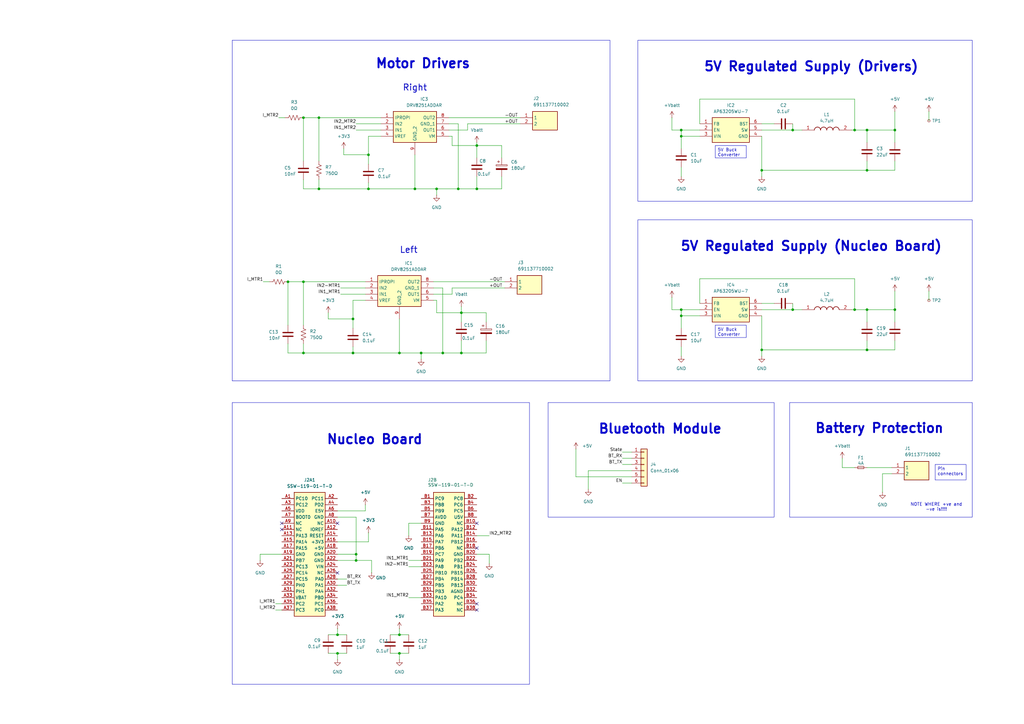
<source format=kicad_sch>
(kicad_sch (version 20250114) (generator "eeschema") (generator_version "9.0")
  (paper "A3")
  (lib_symbols
    (symbol "Connector_Generic:Conn_01x06" (pin_names (offset 1.016) (hide yes))
      (property "Reference" "J" (at 0 7.62 0))
      (property "Value" "Conn_01x06" (at 0 -10.16 0))
      (symbol "Conn_01x06_1_1"
        (pin passive line (at -5.08 5.08 0) (length 3.81) (name "Pin_1") (number "1"))
        (pin passive line (at -5.08 2.54 0) (length 3.81) (name "Pin_2") (number "2"))
        (pin passive line (at -5.08 0 0) (length 3.81) (name "Pin_3") (number "3"))
        (pin passive line (at -5.08 -2.54 0) (length 3.81) (name "Pin_4") (number "4"))
        (pin passive line (at -5.08 -5.08 0) (length 3.81) (name "Pin_5") (number "5"))
        (pin passive line (at -5.08 -7.62 0) (length 3.81) (name "Pin_6") (number "6"))
      )
    )
    (symbol "Device:C" (pin_numbers (hide yes)) (pin_names (offset 0.254))
      (property "Reference" "C" (at 0.635 2.54 0))
      (property "Value" "C" (at 0.635 -2.54 0))
      (symbol "C_1_1"
        (pin passive line (at 0 3.81 270) (length 2.794) (name "~") (number "1"))
        (pin passive line (at 0 -3.81 90) (length 2.794) (name "~") (number "2"))
      )
    )
    (symbol "Device:C_Polarized" (pin_numbers (hide yes)) (pin_names (offset 0.254))
      (property "Reference" "C" (at 0.635 2.54 0))
      (property "Value" "C_Polarized" (at 0.635 -2.54 0))
      (symbol "C_Polarized_1_1"
        (pin passive line (at 0 3.81 270) (length 2.794) (name "~") (number "1"))
        (pin passive line (at 0 -3.81 90) (length 2.794) (name "~") (number "2"))
      )
    )
    (symbol "Device:Fuse_Small" (pin_numbers (hide yes)) (pin_names (offset 0.254) (hide yes))
      (property "Reference" "F" (at 0 -1.524 0))
      (property "Value" "Fuse_Small" (at 0 1.524 0))
      (symbol "Fuse_Small_1_1"
        (pin passive line (at -2.54 0 0) (length 1.27) (name "~") (number "1"))
        (pin passive line (at 2.54 0 180) (length 1.27) (name "~") (number "2"))
      )
    )
    (symbol "Device:R_US" (pin_numbers (hide yes)) (pin_names (offset 0))
      (property "Reference" "R" (at 2.54 0 90))
      (property "Value" "R_US" (at -2.54 0 90))
      (symbol "R_US_1_1"
        (pin passive line (at 0 3.81 270) (length 1.27) (name "~") (number "1"))
        (pin passive line (at 0 -3.81 90) (length 1.27) (name "~") (number "2"))
      )
    )
    (symbol "SamacSys_Parts:5019"
      (property "Reference" "TP" (at -1.016 2.286 0))
      (symbol "5019_1_1"
        (pin passive line (at 0 0 90) (length 0) (name "1") (number "1"))
      )
    )
    (symbol "SamacSys_Parts:691137710002"
      (property "Reference" "J" (at 16.51 7.62 0))
      (property "Value" "691137710002" (at 16.51 5.08 0))
      (symbol "691137710002_1_1"
        (pin passive line (at 0 0 0) (length 5.08) (name "1") (number "1"))
        (pin passive line (at 0 -2.54 0) (length 5.08) (name "2") (number "2"))
      )
    )
    (symbol "SamacSys_Parts:AP63205WU-7"
      (property "Reference" "IC" (at 21.59 7.62 0))
      (property "Value" "AP63205WU-7" (at 21.59 5.08 0))
      (symbol "AP63205WU-7_1_1"
        (pin passive line (at 0 0 0) (length 5.08) (name "FB") (number "1"))
        (pin passive line (at 0 -2.54 0) (length 5.08) (name "EN") (number "2"))
        (pin passive line (at 0 -5.08 0) (length 5.08) (name "VIN") (number "3"))
        (pin passive line (at 25.4 0 180) (length 5.08) (name "BST") (number "6"))
        (pin passive line (at 25.4 -2.54 180) (length 5.08) (name "SW") (number "5"))
        (pin passive line (at 25.4 -5.08 180) (length 5.08) (name "GND") (number "4"))
      )
    )
    (symbol "SamacSys_Parts:DRV8251ADDAR"
      (property "Reference" "IC" (at 5.842 7.366 0))
      (property "Value" "DRV8251ADDAR" (at 5.842 4.826 0))
      (symbol "DRV8251ADDAR_1_1"
        (pin passive line (at 0 0 0) (length 5.08) (name "IPROPI") (number "1"))
        (pin passive line (at 0 -2.54 0) (length 5.08) (name "IN2") (number "2"))
        (pin passive line (at 0 -5.08 0) (length 5.08) (name "IN1") (number "3"))
        (pin passive line (at 0 -7.62 0) (length 5.08) (name "VREF") (number "4"))
        (pin passive line (at 13.97 -15.24 90) (length 5.08) (name "GND_2") (number "9"))
        (pin passive line (at 27.94 0 180) (length 5.08) (name "OUT2") (number "8"))
        (pin passive line (at 27.94 -2.54 180) (length 5.08) (name "GND_1") (number "7"))
        (pin passive line (at 27.94 -5.08 180) (length 5.08) (name "OUT1") (number "6"))
        (pin passive line (at 27.94 -7.62 180) (length 5.08) (name "VM") (number "5"))
      )
    )
    (symbol "SamacSys_Parts:IFSC2020DEER4R7M01" (pin_names (hide yes))
      (property "Reference" "L" (at 16.51 6.35 0))
      (property "Value" "IFSC2020DEER4R7M01" (at 16.51 3.81 0))
      (symbol "IFSC2020DEER4R7M01_1_1"
        (pin passive line (at 0 0 0) (length 5.08) (name "1") (number "1"))
        (pin passive line (at 20.32 0 180) (length 5.08) (name "2") (number "2"))
      )
    )
    (symbol "SamacSys_Parts:SSW-119-01-T-D"
      (property "Reference" "J2A" (at 2.54 8.89 0))
      (property "Value" "SSW-119-01-T-D" (at 2.54 6.35 0))
      (symbol "SSW-119-01-T-D_1_1"
        (text "J2B\nSSW-119-01-T-D" (at 59.944 6.604 0) (effects (font (size 1.27 1.27) (thickness 0.1588)) (justify left)))
        (pin passive line (at 0 0 0) (length 5.08) (name "PC10") (number "A1"))
        (pin passive line (at 0 -2.54 0) (length 5.08) (name "PC12") (number "A3"))
        (pin passive line (at 0 -5.08 0) (length 5.08) (name "VDD") (number "A5"))
        (pin passive line (at 0 -7.62 0) (length 5.08) (name "BOOT0") (number "A7"))
        (pin passive line (at 0 -10.16 0) (length 5.08) (name "NC") (number "A9"))
        (pin passive line (at 0 -12.7 0) (length 5.08) (name "NC") (number "A11"))
        (pin passive line (at 0 -15.24 0) (length 5.08) (name "PA13") (number "A13"))
        (pin passive line (at 0 -17.78 0) (length 5.08) (name "PA14") (number "A15"))
        (pin passive line (at 0 -20.32 0) (length 5.08) (name "PA15") (number "A17"))
        (pin passive line (at 0 -22.86 0) (length 5.08) (name "GND") (number "A19"))
        (pin passive line (at 0 -25.4 0) (length 5.08) (name "PB7") (number "A21"))
        (pin passive line (at 0 -27.94 0) (length 5.08) (name "PC13") (number "A23"))
        (pin passive line (at 0 -30.48 0) (length 5.08) (name "PC14") (number "A25"))
        (pin passive line (at 0 -33.02 0) (length 5.08) (name "PC15") (number "A27"))
        (pin passive line (at 0 -35.56 0) (length 5.08) (name "PH0") (number "A29"))
        (pin passive line (at 0 -38.1 0) (length 5.08) (name "PH1") (number "A31"))
        (pin passive line (at 0 -40.64 0) (length 5.08) (name "VBAT") (number "A33"))
        (pin passive line (at 0 -43.18 0) (length 5.08) (name "PC2") (number "A35"))
        (pin passive line (at 0 -45.72 0) (length 5.08) (name "PC3") (number "A37"))
        (pin passive line (at 22.86 0 180) (length 5.08) (name "PC11") (number "A2"))
        (pin passive line (at 22.86 -2.54 180) (length 5.08) (name "PD2") (number "A4"))
        (pin passive line (at 22.86 -5.08 180) (length 5.08) (name "E5V") (number "A6"))
        (pin passive line (at 22.86 -7.62 180) (length 5.08) (name "GND") (number "A8"))
        (pin passive line (at 22.86 -10.16 180) (length 5.08) (name "NC") (number "A10"))
        (pin passive line (at 22.86 -12.7 180) (length 5.08) (name "IOREF") (number "A12"))
        (pin passive line (at 22.86 -15.24 180) (length 5.08) (name "RESET") (number "A14"))
        (pin passive line (at 22.86 -17.78 180) (length 5.08) (name "+3V3") (number "A16"))
        (pin passive line (at 22.86 -20.32 180) (length 5.08) (name "+5V") (number "A18"))
        (pin passive line (at 22.86 -22.86 180) (length 5.08) (name "GND") (number "A20"))
        (pin passive line (at 22.86 -25.4 180) (length 5.08) (name "GND") (number "A22"))
        (pin passive line (at 22.86 -27.94 180) (length 5.08) (name "VIN") (number "A24"))
        (pin passive line (at 22.86 -30.48 180) (length 5.08) (name "NC") (number "A26"))
        (pin passive line (at 22.86 -33.02 180) (length 5.08) (name "PA0") (number "A28"))
        (pin passive line (at 22.86 -35.56 180) (length 5.08) (name "PA1") (number "A30"))
        (pin passive line (at 22.86 -38.1 180) (length 5.08) (name "PA4") (number "A32"))
        (pin passive line (at 22.86 -40.64 180) (length 5.08) (name "PB0") (number "A34"))
        (pin passive line (at 22.86 -43.18 180) (length 5.08) (name "PC1") (number "A36"))
        (pin passive line (at 22.86 -45.72 180) (length 5.08) (name "PC0") (number "A38"))
        (pin passive line (at 57.15 0 0) (length 5.08) (name "PC9") (number "B1"))
        (pin passive line (at 57.15 -2.54 0) (length 5.08) (name "PB8") (number "B3"))
        (pin passive line (at 57.15 -5.08 0) (length 5.08) (name "PB9") (number "B5"))
        (pin passive line (at 57.15 -7.62 0) (length 5.08) (name "AVDD") (number "B7"))
        (pin passive line (at 57.15 -10.16 0) (length 5.08) (name "GND") (number "B9"))
        (pin passive line (at 57.15 -12.7 0) (length 5.08) (name "PA5") (number "B11"))
        (pin passive line (at 57.15 -15.24 0) (length 5.08) (name "PA6") (number "B13"))
        (pin passive line (at 57.15 -17.78 0) (length 5.08) (name "PA7") (number "B15"))
        (pin passive line (at 57.15 -20.32 0) (length 5.08) (name "PB6") (number "B17"))
        (pin passive line (at 57.15 -22.86 0) (length 5.08) (name "PC7") (number "B19"))
        (pin passive line (at 57.15 -25.4 0) (length 5.08) (name "PA9") (number "B21"))
        (pin passive line (at 57.15 -27.94 0) (length 5.08) (name "PA8") (number "B23"))
        (pin passive line (at 57.15 -30.48 0) (length 5.08) (name "PB10") (number "B25"))
        (pin passive line (at 57.15 -33.02 0) (length 5.08) (name "PB4") (number "B27"))
        (pin passive line (at 57.15 -35.56 0) (length 5.08) (name "PB5") (number "B29"))
        (pin passive line (at 57.15 -38.1 0) (length 5.08) (name "PB3") (number "B31"))
        (pin passive line (at 57.15 -40.64 0) (length 5.08) (name "PA10") (number "B33"))
        (pin passive line (at 57.15 -43.18 0) (length 5.08) (name "PA2") (number "B35"))
        (pin passive line (at 57.15 -45.72 0) (length 5.08) (name "PA3") (number "B37"))
        (pin passive line (at 80.01 0 180) (length 5.08) (name "PC8") (number "B2"))
        (pin passive line (at 80.01 -2.54 180) (length 5.08) (name "PC6") (number "B4"))
        (pin passive line (at 80.01 -5.08 180) (length 5.08) (name "PC5") (number "B6"))
        (pin passive line (at 80.01 -7.62 180) (length 5.08) (name "U5V") (number "B8"))
        (pin passive line (at 80.01 -10.16 180) (length 5.08) (name "NC") (number "B10"))
        (pin passive line (at 80.01 -12.7 180) (length 5.08) (name "PA12") (number "B12"))
        (pin passive line (at 80.01 -15.24 180) (length 5.08) (name "PA11") (number "B14"))
        (pin passive line (at 80.01 -17.78 180) (length 5.08) (name "PB12") (number "B16"))
        (pin passive line (at 80.01 -20.32 180) (length 5.08) (name "NC") (number "B18"))
        (pin passive line (at 80.01 -22.86 180) (length 5.08) (name "GND") (number "B20"))
        (pin passive line (at 80.01 -25.4 180) (length 5.08) (name "PB2") (number "B22"))
        (pin passive line (at 80.01 -27.94 180) (length 5.08) (name "PB1") (number "B24"))
        (pin passive line (at 80.01 -30.48 180) (length 5.08) (name "PB15") (number "B26"))
        (pin passive line (at 80.01 -33.02 180) (length 5.08) (name "PB14") (number "B28"))
        (pin passive line (at 80.01 -35.56 180) (length 5.08) (name "PB13") (number "B30"))
        (pin passive line (at 80.01 -38.1 180) (length 5.08) (name "AGND") (number "B32"))
        (pin passive line (at 80.01 -40.64 180) (length 5.08) (name "PC4") (number "B34"))
        (pin passive line (at 80.01 -43.18 180) (length 2.54) (name "") (number ""))
        (pin passive line (at 80.01 -43.18 180) (length 5.08) (name "NC") (number "B36"))
        (pin passive line (at 80.01 -45.72 180) (length 5.08) (name "NC") (number "B38"))
      )
    )
    (symbol "power:GND" (power) (pin_numbers (hide yes)) (pin_names (offset 0) (hide yes))
      (property "Value" "GND" (at 0 -3.81 0))
      (symbol "GND_1_1"
        (pin power_in line (at 0 0 270) (length 0) (name "~") (number "1"))
      )
    )
    (symbol "power:VCC" (power) (pin_numbers (hide yes)) (pin_names (offset 0) (hide yes))
      (property "Value" "VCC" (at 0 3.556 0))
      (symbol "VCC_1_1"
        (pin power_in line (at 0 0 90) (length 0) (name "~") (number "1"))
      )
    )
    (symbol "power:VDD" (power) (pin_numbers (hide yes)) (pin_names (offset 0) (hide yes))
      (property "Value" "VDD" (at 0 3.556 0))
      (symbol "VDD_1_1"
        (pin power_in line (at 0 0 90) (length 0) (name "~") (number "1"))
      )
    )
  )
  (rectangle (start 323.85 165.1) (end 398.78 212.09))
  (rectangle (start 261.62 16.51) (end 398.78 82.55))
  (rectangle (start 224.79 165.1) (end 317.5 212.09))
  (rectangle (start 95.25 165.1) (end 217.17 280.67))
  (rectangle (start 95.25 16.51) (end 250.19 156.21))
  (rectangle (start 261.62 90.17) (end 398.78 156.21))
  (text "Nucleo Board" (at 153.67 180.34 0) (effects (font (size 3.81 3.81) (thickness 0.762) (bold yes))))
  (text "Battery Protection" (at 360.68 175.768 0) (effects (font (size 3.81 3.81) (thickness 0.762) (bold yes))))
  (text "Right" (at 170.18 36.068 0) (effects (font (size 2.54 2.54) (thickness 0.3175))))
  (text "5V Regulated Supply (Drivers)\n" (at 332.74 27.432 0) (effects (font (size 3.81 3.81) (thickness 0.762) (bold yes))))
  (text "Bluetooth Module" (at 270.764 176.022 0) (effects (font (size 3.81 3.81) (thickness 0.762) (bold yes))))
  (text "Left" (at 167.64 102.616 0) (effects (font (size 2.54 2.54) (thickness 0.3175))))
  (text "NOTE WHERE +ve and\n-ve is!!!!\n" (at 384.048 208.026 0) (effects (font (size 1.27 1.27) (thickness 0.1588))))
  (text "5V Regulated Supply (Nucleo Board)\n" (at 332.74 101.092 0) (effects (font (size 3.81 3.81) (thickness 0.762) (bold yes))))
  (text "Motor Drivers" (at 173.482 26.162 0) (effects (font (size 3.81 3.81) (thickness 0.762) (bold yes))))
  (text_box "Pin connectors\n" (at 383.54 190.5 0) (size 12.7 6.35) (margins 0.9525 0.9525 0.9525 0.9525) (effects (font (size 1.27 1.27)) (justify left top)))
  (text_box "5V Buck Converter\n" (at 293.37 133.35 0) (size 12.7 5.08) (margins 0.9525 0.9525 0.9525 0.9525) (effects (font (size 1.27 1.27)) (justify left top)))
  (text_box "5V Buck Converter\n" (at 293.37 59.69 0) (size 12.7 5.08) (margins 0.9525 0.9525 0.9525 0.9525) (effects (font (size 1.27 1.27)) (justify left top)))
  (junction (at 170.18 77.47))
  (junction (at 130.81 77.47))
  (junction (at 355.6 69.85))
  (junction (at 325.12 127))
  (junction (at 350.52 53.34))
  (junction (at 172.72 144.78))
  (junction (at 146.05 227.33))
  (junction (at 181.61 144.78))
  (junction (at 130.81 48.26))
  (junction (at 163.83 260.35))
  (junction (at 179.07 77.47))
  (junction (at 151.13 63.5))
  (junction (at 144.78 130.81))
  (junction (at 189.23 128.27))
  (junction (at 325.12 53.34))
  (junction (at 350.52 127))
  (junction (at 163.83 267.97))
  (junction (at 195.58 77.47))
  (junction (at 146.05 229.87))
  (junction (at 279.4 127))
  (junction (at 189.23 144.78))
  (junction (at 124.46 144.78))
  (junction (at 279.4 55.88))
  (junction (at 355.6 127))
  (junction (at 367.03 127))
  (junction (at 355.6 53.34))
  (junction (at 144.78 144.78))
  (junction (at 163.83 144.78))
  (junction (at 118.11 115.57))
  (junction (at 124.46 48.26))
  (junction (at 312.42 143.51))
  (junction (at 124.46 115.57))
  (junction (at 138.43 267.97))
  (junction (at 279.4 53.34))
  (junction (at 367.03 53.34))
  (junction (at 138.43 260.35))
  (junction (at 312.42 69.85))
  (junction (at 151.13 77.47))
  (junction (at 279.4 129.54))
  (junction (at 355.6 143.51))
  (junction (at 195.58 59.69))
  (junction (at 187.96 77.47))
  (no_connect (at 138.43 214.63))
  (no_connect (at 195.58 250.19))
  (no_connect (at 115.57 214.63))
  (no_connect (at 138.43 234.95))
  (no_connect (at 195.58 247.65))
  (no_connect (at 195.58 214.63))
  (no_connect (at 115.57 217.17))
  (no_connect (at 195.58 224.79))
  (wire (pts (xy 195.58 77.47) (xy 205.74 77.47)))
  (wire (pts (xy 241.3 193.04) (xy 259.08 193.04)))
  (wire (pts (xy 350.52 53.34) (xy 355.6 53.34)))
  (wire (pts (xy 146.05 53.34) (xy 156.21 53.34)))
  (wire (pts (xy 312.42 53.34) (xy 325.12 53.34)))
  (wire (pts (xy 146.05 227.33) (xy 146.05 229.87)))
  (wire (pts (xy 236.22 184.15) (xy 236.22 195.58)))
  (wire (pts (xy 312.42 69.85) (xy 355.6 69.85)))
  (wire (pts (xy 325.12 50.8) (xy 325.12 53.34)))
  (wire (pts (xy 124.46 115.57) (xy 149.86 115.57)))
  (wire (pts (xy 287.02 114.3) (xy 287.02 124.46)))
  (wire (pts (xy 255.27 185.42) (xy 259.08 185.42)))
  (wire (pts (xy 152.4 229.87) (xy 152.4 234.95)))
  (wire (pts (xy 287.02 40.64) (xy 350.52 40.64)))
  (wire (pts (xy 151.13 74.93) (xy 151.13 77.47)))
  (wire (pts (xy 195.58 219.71) (xy 200.66 219.71)))
  (wire (pts (xy 199.39 128.27) (xy 199.39 132.08)))
  (wire (pts (xy 151.13 55.88) (xy 151.13 63.5)))
  (wire (pts (xy 325.12 124.46) (xy 325.12 127)))
  (wire (pts (xy 134.62 260.35) (xy 138.43 260.35)))
  (wire (pts (xy 124.46 144.78) (xy 144.78 144.78)))
  (wire (pts (xy 205.74 59.69) (xy 205.74 64.77)))
  (wire (pts (xy 355.6 53.34) (xy 355.6 58.42)))
  (wire (pts (xy 187.96 50.8) (xy 187.96 77.47)))
  (wire (pts (xy 189.23 125.73) (xy 189.23 128.27)))
  (wire (pts (xy 312.42 124.46) (xy 317.5 124.46)))
  (wire (pts (xy 124.46 115.57) (xy 124.46 133.35)))
  (wire (pts (xy 241.3 193.04) (xy 241.3 200.66)))
  (wire (pts (xy 152.4 229.87) (xy 146.05 229.87)))
  (wire (pts (xy 255.27 198.12) (xy 259.08 198.12)))
  (wire (pts (xy 181.61 144.78) (xy 189.23 144.78)))
  (wire (pts (xy 199.39 139.7) (xy 199.39 144.78)))
  (wire (pts (xy 124.46 73.66) (xy 124.46 77.47)))
  (wire (pts (xy 106.68 227.33) (xy 106.68 229.87)))
  (wire (pts (xy 381 45.72) (xy 381 49.53)))
  (wire (pts (xy 179.07 77.47) (xy 179.07 80.01)))
  (wire (pts (xy 312.42 143.51) (xy 355.6 143.51)))
  (wire (pts (xy 163.83 267.97) (xy 167.64 267.97)))
  (wire (pts (xy 349.25 127) (xy 350.52 127)))
  (wire (pts (xy 160.02 260.35) (xy 163.83 260.35)))
  (wire (pts (xy 349.25 53.34) (xy 350.52 53.34)))
  (wire (pts (xy 118.11 140.97) (xy 118.11 144.78)))
  (wire (pts (xy 279.4 60.96) (xy 279.4 55.88)))
  (wire (pts (xy 279.4 55.88) (xy 287.02 55.88)))
  (wire (pts (xy 163.83 257.81) (xy 163.83 260.35)))
  (wire (pts (xy 345.44 187.96) (xy 345.44 191.77)))
  (wire (pts (xy 177.8 115.57) (xy 207.01 115.57)))
  (wire (pts (xy 151.13 77.47) (xy 170.18 77.47)))
  (wire (pts (xy 130.81 73.66) (xy 130.81 77.47)))
  (wire (pts (xy 195.58 59.69) (xy 195.58 64.77)))
  (wire (pts (xy 134.62 267.97) (xy 138.43 267.97)))
  (wire (pts (xy 189.23 139.7) (xy 189.23 144.78)))
  (wire (pts (xy 312.42 50.8) (xy 317.5 50.8)))
  (wire (pts (xy 163.83 267.97) (xy 163.83 270.51)))
  (wire (pts (xy 167.64 245.11) (xy 172.72 245.11)))
  (wire (pts (xy 365.76 191.77) (xy 355.6 191.77)))
  (wire (pts (xy 312.42 143.51) (xy 312.42 146.05)))
  (wire (pts (xy 361.95 194.31) (xy 361.95 201.93)))
  (wire (pts (xy 177.8 118.11) (xy 181.61 118.11)))
  (wire (pts (xy 200.66 227.33) (xy 200.66 231.14)))
  (wire (pts (xy 189.23 128.27) (xy 189.23 132.08)))
  (wire (pts (xy 130.81 77.47) (xy 151.13 77.47)))
  (wire (pts (xy 149.86 209.55) (xy 149.86 207.01)))
  (wire (pts (xy 367.03 119.38) (xy 367.03 127)))
  (wire (pts (xy 355.6 127) (xy 355.6 132.08)))
  (wire (pts (xy 138.43 257.81) (xy 138.43 260.35)))
  (wire (pts (xy 185.42 59.69) (xy 195.58 59.69)))
  (wire (pts (xy 160.02 267.97) (xy 163.83 267.97)))
  (wire (pts (xy 134.62 130.81) (xy 144.78 130.81)))
  (wire (pts (xy 179.07 77.47) (xy 187.96 77.47)))
  (wire (pts (xy 189.23 128.27) (xy 199.39 128.27)))
  (wire (pts (xy 325.12 127) (xy 328.93 127)))
  (wire (pts (xy 189.23 144.78) (xy 199.39 144.78)))
  (wire (pts (xy 138.43 229.87) (xy 146.05 229.87)))
  (wire (pts (xy 312.42 69.85) (xy 312.42 72.39)))
  (wire (pts (xy 350.52 114.3) (xy 350.52 127)))
  (wire (pts (xy 279.4 127) (xy 287.02 127)))
  (wire (pts (xy 139.7 118.11) (xy 149.86 118.11)))
  (wire (pts (xy 355.6 66.04) (xy 355.6 69.85)))
  (wire (pts (xy 138.43 237.49) (xy 142.24 237.49)))
  (wire (pts (xy 179.07 128.27) (xy 189.23 128.27)))
  (wire (pts (xy 367.03 66.04) (xy 367.03 69.85)))
  (wire (pts (xy 107.95 115.57) (xy 110.49 115.57)))
  (wire (pts (xy 195.58 72.39) (xy 195.58 77.47)))
  (wire (pts (xy 279.4 134.62) (xy 279.4 129.54)))
  (wire (pts (xy 185.42 55.88) (xy 184.15 55.88)))
  (wire (pts (xy 144.78 142.24) (xy 144.78 144.78)))
  (wire (pts (xy 185.42 118.11) (xy 207.01 118.11)))
  (wire (pts (xy 146.05 212.09) (xy 146.05 227.33)))
  (wire (pts (xy 167.64 219.71) (xy 167.64 214.63)))
  (wire (pts (xy 195.58 58.42) (xy 195.58 59.69)))
  (wire (pts (xy 138.43 240.03) (xy 142.24 240.03)))
  (wire (pts (xy 177.8 120.65) (xy 185.42 120.65)))
  (wire (pts (xy 191.77 53.34) (xy 191.77 50.8)))
  (wire (pts (xy 151.13 67.31) (xy 151.13 63.5)))
  (wire (pts (xy 130.81 48.26) (xy 130.81 66.04)))
  (wire (pts (xy 134.62 128.27) (xy 134.62 130.81)))
  (wire (pts (xy 355.6 69.85) (xy 367.03 69.85)))
  (wire (pts (xy 163.83 130.81) (xy 163.83 144.78)))
  (wire (pts (xy 179.07 128.27) (xy 179.07 123.19)))
  (wire (pts (xy 275.59 121.92) (xy 275.59 127)))
  (wire (pts (xy 255.27 187.96) (xy 259.08 187.96)))
  (wire (pts (xy 124.46 77.47) (xy 130.81 77.47)))
  (wire (pts (xy 187.96 77.47) (xy 195.58 77.47)))
  (wire (pts (xy 185.42 59.69) (xy 185.42 55.88)))
  (wire (pts (xy 255.27 190.5) (xy 259.08 190.5)))
  (wire (pts (xy 185.42 120.65) (xy 185.42 118.11)))
  (wire (pts (xy 355.6 139.7) (xy 355.6 143.51)))
  (wire (pts (xy 170.18 63.5) (xy 170.18 77.47)))
  (wire (pts (xy 312.42 129.54) (xy 312.42 143.51)))
  (wire (pts (xy 144.78 134.62) (xy 144.78 130.81)))
  (wire (pts (xy 151.13 222.25) (xy 138.43 222.25)))
  (wire (pts (xy 355.6 53.34) (xy 367.03 53.34)))
  (wire (pts (xy 236.22 195.58) (xy 259.08 195.58)))
  (wire (pts (xy 345.44 191.77) (xy 350.52 191.77)))
  (wire (pts (xy 146.05 50.8) (xy 156.21 50.8)))
  (wire (pts (xy 118.11 115.57) (xy 118.11 133.35)))
  (wire (pts (xy 205.74 72.39) (xy 205.74 77.47)))
  (wire (pts (xy 367.03 127) (xy 367.03 132.08)))
  (wire (pts (xy 118.11 115.57) (xy 124.46 115.57)))
  (wire (pts (xy 163.83 144.78) (xy 172.72 144.78)))
  (wire (pts (xy 113.03 250.19) (xy 115.57 250.19)))
  (wire (pts (xy 149.86 123.19) (xy 144.78 123.19)))
  (wire (pts (xy 355.6 127) (xy 367.03 127)))
  (wire (pts (xy 365.76 194.31) (xy 361.95 194.31)))
  (wire (pts (xy 115.57 227.33) (xy 106.68 227.33)))
  (wire (pts (xy 191.77 50.8) (xy 213.36 50.8)))
  (wire (pts (xy 184.15 50.8) (xy 187.96 50.8)))
  (wire (pts (xy 138.43 227.33) (xy 146.05 227.33)))
  (wire (pts (xy 167.64 229.87) (xy 172.72 229.87)))
  (wire (pts (xy 312.42 127) (xy 325.12 127)))
  (wire (pts (xy 138.43 267.97) (xy 142.24 267.97)))
  (wire (pts (xy 170.18 77.47) (xy 179.07 77.47)))
  (wire (pts (xy 312.42 55.88) (xy 312.42 69.85)))
  (wire (pts (xy 167.64 214.63) (xy 172.72 214.63)))
  (wire (pts (xy 167.64 232.41) (xy 172.72 232.41)))
  (wire (pts (xy 287.02 114.3) (xy 350.52 114.3)))
  (wire (pts (xy 381 119.38) (xy 381 123.19)))
  (wire (pts (xy 279.4 142.24) (xy 279.4 146.05)))
  (wire (pts (xy 144.78 144.78) (xy 163.83 144.78)))
  (wire (pts (xy 163.83 260.35) (xy 167.64 260.35)))
  (wire (pts (xy 195.58 227.33) (xy 200.66 227.33)))
  (wire (pts (xy 195.58 59.69) (xy 205.74 59.69)))
  (wire (pts (xy 124.46 48.26) (xy 124.46 66.04)))
  (wire (pts (xy 279.4 129.54) (xy 279.4 127)))
  (wire (pts (xy 118.11 144.78) (xy 124.46 144.78)))
  (wire (pts (xy 124.46 140.97) (xy 124.46 144.78)))
  (wire (pts (xy 181.61 118.11) (xy 181.61 144.78)))
  (wire (pts (xy 124.46 48.26) (xy 130.81 48.26)))
  (wire (pts (xy 279.4 68.58) (xy 279.4 72.39)))
  (wire (pts (xy 275.59 127) (xy 279.4 127)))
  (wire (pts (xy 279.4 129.54) (xy 287.02 129.54)))
  (wire (pts (xy 172.72 144.78) (xy 172.72 147.32)))
  (wire (pts (xy 179.07 123.19) (xy 177.8 123.19)))
  (wire (pts (xy 144.78 123.19) (xy 144.78 130.81)))
  (wire (pts (xy 138.43 209.55) (xy 149.86 209.55)))
  (wire (pts (xy 140.97 60.96) (xy 140.97 63.5)))
  (wire (pts (xy 156.21 55.88) (xy 151.13 55.88)))
  (wire (pts (xy 355.6 143.51) (xy 367.03 143.51)))
  (wire (pts (xy 287.02 40.64) (xy 287.02 50.8)))
  (wire (pts (xy 146.05 212.09) (xy 138.43 212.09)))
  (wire (pts (xy 367.03 53.34) (xy 367.03 58.42)))
  (wire (pts (xy 138.43 267.97) (xy 138.43 270.51)))
  (wire (pts (xy 367.03 45.72) (xy 367.03 53.34)))
  (wire (pts (xy 279.4 53.34) (xy 287.02 53.34)))
  (wire (pts (xy 325.12 53.34) (xy 328.93 53.34)))
  (wire (pts (xy 350.52 127) (xy 355.6 127)))
  (wire (pts (xy 140.97 63.5) (xy 151.13 63.5)))
  (wire (pts (xy 279.4 55.88) (xy 279.4 53.34)))
  (wire (pts (xy 130.81 48.26) (xy 156.21 48.26)))
  (wire (pts (xy 172.72 144.78) (xy 181.61 144.78)))
  (wire (pts (xy 275.59 53.34) (xy 279.4 53.34)))
  (wire (pts (xy 113.03 247.65) (xy 115.57 247.65)))
  (wire (pts (xy 275.59 48.26) (xy 275.59 53.34)))
  (wire (pts (xy 114.3 48.26) (xy 116.84 48.26)))
  (wire (pts (xy 138.43 260.35) (xy 142.24 260.35)))
  (wire (pts (xy 184.15 48.26) (xy 213.36 48.26)))
  (wire (pts (xy 350.52 40.64) (xy 350.52 53.34)))
  (wire (pts (xy 139.7 120.65) (xy 149.86 120.65)))
  (wire (pts (xy 367.03 139.7) (xy 367.03 143.51)))
  (wire (pts (xy 151.13 218.44) (xy 151.13 222.25)))
  (wire (pts (xy 184.15 53.34) (xy 191.77 53.34)))
  (label "I_MTR1" (at 107.95 115.57 180))
  (label "I_MTR2" (at 113.03 250.19 180))
  (label "IN1_MTR2" (at 146.05 53.34 180) (effects (font (thickness 0.1588))))
  (label "IN2_MTR2" (at 200.66 219.71 0) (effects (font (thickness 0.1588))))
  (label "BT_RX" (at 255.27 187.96 180))
  (label "BT_TX" (at 142.24 240.03 0))
  (label "IN1_MTR1" (at 139.7 120.65 180) (effects (font (thickness 0.1588))))
  (label "" (at 115.57 247.65 0))
  (label "I_MTR2" (at 114.3 48.26 180))
  (label "-OUT" (at 207.01 48.26 0))
  (label "IN2-MTR1" (at 167.64 232.41 180) (effects (font (thickness 0.1588))))
  (label "IN1_MTR2" (at 167.64 245.11 180) (effects (font (thickness 0.1588))))
  (label "I_MTR1" (at 113.03 247.65 180))
  (label "IN2_MTR2" (at 146.05 50.8 180) (effects (font (thickness 0.1588))))
  (label "BT_RX" (at 142.24 237.49 0))
  (label "+OUT" (at 200.66 118.11 0))
  (label "IN2-MTR1" (at 139.7 118.11 180) (effects (font (thickness 0.1588))))
  (label "State" (at 255.27 185.42 180))
  (label "-OUT" (at 200.66 115.57 0))
  (label "+OUT" (at 207.01 50.8 0))
  (label "IN1_MTR1" (at 167.64 229.87 180) (effects (font (thickness 0.1588))))
  (label "EN" (at 255.27 198.12 180))
  (label "BT_TX" (at 255.27 190.5 180))
  (symbol (lib_id "SamacSys_Parts:IFSC2020DEER4R7M01") (at 328.93 127 0) (unit 1)
    (property "Reference" "L2" (at 339.09 120.65 0))
    (property "Value" "4.7uH" (at 339.09 123.19 0))
    (property "Footprint" "Inductor_SMD:L_Wuerth_XHMI-6060" (effects (hide yes)))
    (property "Datasheet" "https://www.vishay.com/docs/34083/ifsc-2020de-01.pdf" (effects (hide yes)))
    (property "Description" "4.7 H Shielded Wirewound Inductor 3 A 31mOhm Max 2424 (6060 Metric)" (effects (hide yes)))
    (property "Height" "4.5" (effects (hide yes)))
    (property "Manufacturer_Name" "Vishay" (effects (hide yes)))
    (property "Manufacturer_Part_Number" "IFSC2020DEER4R7M01" (effects (hide yes)))
  )
  (symbol (lib_id "power:GND") (at 312.42 146.05 0) (unit 1)
    (property "Reference" "#PWR022" (effects (hide yes)))
    (property "Value" "GND" (at 312.42 151.13 0))
    (property "Description" "Power symbol creates a global label with name \"GND\" , ground" (effects (hide yes)))
  )
  (symbol (lib_id "Device:R_US") (at 124.46 137.16 0) (unit 1)
    (property "Reference" "R2" (at 127 135.8899 0) (effects (justify left)))
    (property "Value" "750Ω" (at 127 138.4299 0) (effects (justify left)))
    (property "Footprint" "Resistor_SMD:R_1206_3216Metric_Pad1.30x1.75mm_HandSolder" (effects (hide yes)))
    (property "Description" "Resistor, US symbol" (effects (hide yes)))
  )
  (symbol (lib_id "Device:C") (at 355.6 62.23 180) (unit 1)
    (property "Reference" "C3" (at 359.41 60.9599 0) (effects (justify right)))
    (property "Value" "22uF" (at 359.41 63.4999 0) (effects (justify right)))
    (property "Footprint" "Capacitor_SMD:C_1210_3225Metric_Pad1.33x2.70mm_HandSolder" (effects (hide yes)))
    (property "Description" "Unpolarized capacitor" (effects (hide yes)))
  )
  (symbol (lib_id "Device:Fuse_Small") (at 353.06 191.77 180) (unit 1)
    (property "Reference" "F1" (at 353.06 187.706 0))
    (property "Value" "4A" (at 353.06 189.992 0))
    (property "Footprint" "Fuse:Fuse_1206_3216Metric_Pad1.42x1.75mm_HandSolder" (effects (hide yes)))
    (property "Description" "Fuse, small symbol" (effects (hide yes)))
  )
  (symbol (lib_id "Device:C") (at 279.4 138.43 0) (unit 1)
    (property "Reference" "C17" (at 283.21 137.1599 0) (effects (justify left)))
    (property "Value" "10uF" (at 283.21 139.6999 0) (effects (justify left)))
    (property "Footprint" "Capacitor_SMD:C_1206_3216Metric_Pad1.33x1.80mm_HandSolder" (effects (hide yes)))
    (property "Description" "Unpolarized capacitor" (effects (hide yes)))
  )
  (symbol (lib_id "Device:C") (at 144.78 138.43 0) (unit 1)
    (property "Reference" "C14" (at 148.59 137.1599 0) (effects (justify left)))
    (property "Value" "0.1uF" (at 148.59 139.6999 0) (effects (justify left)))
    (property "Footprint" "Capacitor_SMD:C_1206_3216Metric_Pad1.33x1.80mm_HandSolder" (effects (hide yes)))
    (property "Description" "Unpolarized capacitor" (effects (hide yes)))
  )
  (symbol (lib_id "Connector_Generic:Conn_01x06") (at 264.16 190.5 0) (unit 1)
    (property "Reference" "J4" (at 266.7 190.4999 0) (effects (justify left)))
    (property "Value" "Conn_01x06" (at 266.7 193.0399 0) (effects (justify left)))
    (property "Footprint" "Connector_PinSocket_2.54mm:PinSocket_1x06_P2.54mm_Horizontal" (effects (hide yes)))
    (property "Description" "Generic connector, single row, 01x06, script generated (kicad-library-utils/schlib/autogen/connector/)" (effects (hide yes)))
  )
  (symbol (lib_id "SamacSys_Parts:5019") (at 381 49.53 0) (unit 1)
    (property "Reference" "TP1" (at 382.27 49.5299 0) (effects (justify left)))
    (property "Value" "5019" (effects (hide yes)))
    (property "Footprint" "FootPrintLibrary_ENEL300:5019" (effects (hide yes)))
    (property "Datasheet" "https://www.keyelco.com/product-pdf.cfm?p=1357" (effects (hide yes)))
    (property "Description" "Circuit Board Hardware - PCB TEST POINT" (effects (hide yes)))
    (property "Height" "2.42" (effects (hide yes)))
    (property "Manufacturer_Name" "Keystone Electronics" (effects (hide yes)))
    (property "Manufacturer_Part_Number" "5019" (effects (hide yes)))
    (property "Mouser Part Number" "534-5019" (effects (hide yes)))
    (property "Mouser Price/Stock" "https://www.mouser.co.uk/ProductDetail/Keystone-Electronics/5019?qs=wOxb8XianXjjCAsb90Ilzw%3D%3D" (effects (hide yes)))
    (property "Arrow Part Number" "5019" (effects (hide yes)))
    (property "Arrow Price/Stock" "https://www.arrow.com/en/products/5019/keystone-electronics?utm_currency=USD&region=europe" (effects (hide yes)))
  )
  (symbol (lib_id "Device:C") (at 118.11 137.16 0) (unit 1)
    (property "Reference" "C13" (at 110.236 136.144 0) (effects (justify left)))
    (property "Value" "10nF" (at 110.236 138.684 0) (effects (justify left)))
    (property "Footprint" "Capacitor_SMD:C_1206_3216Metric_Pad1.33x1.80mm_HandSolder" (effects (hide yes)))
    (property "Description" "Unpolarized capacitor" (effects (hide yes)))
  )
  (symbol (lib_id "SamacSys_Parts:DRV8251ADDAR") (at 149.86 115.57 0) (unit 1)
    (property "Reference" "IC1" (at 167.64 107.95 0))
    (property "Value" "DRV8251ADDAR" (at 167.64 110.49 0))
    (property "Footprint" "FootPrintLibrary_ENEL300:SOIC-8-DDA-DRV8231_TEX" (effects (hide yes)))
    (property "Datasheet" "https://www.arrow.com/en/products/drv8251addar/texas-instruments?region=nac" (effects (hide yes)))
    (property "Description" "Motor Drives 48-V, 3.5-A H bridge motor driver with current regulation and current sense feedback" (effects (hide yes)))
    (property "Height" "1.7" (effects (hide yes)))
    (property "Manufacturer_Name" "Texas Instruments" (effects (hide yes)))
    (property "Manufacturer_Part_Number" "DRV8251ADDAR" (effects (hide yes)))
    (property "Mouser Part Number" "595-DRV8251ADDAR" (effects (hide yes)))
    (property "Mouser Price/Stock" "https://www.mouser.co.uk/ProductDetail/Texas-Instruments/DRV8251ADDAR?qs=MyNHzdoqoQKQYZTe%252B1jFCw%3D%3D" (effects (hide yes)))
    (property "Arrow Part Number" "DRV8251ADDAR" (effects (hide yes)))
    (property "Arrow Price/Stock" "https://www.arrow.com/en/products/drv8251addar/texas-instruments?utm_currency=USD&region=nac" (effects (hide yes)))
  )
  (symbol (lib_id "Device:C") (at 134.62 264.16 0) (unit 1)
    (property "Reference" "C9" (at 128.778 262.636 0) (effects (justify left)))
    (property "Value" "0.1uF" (at 126.238 265.176 0) (effects (justify left)))
    (property "Footprint" "Capacitor_SMD:C_1206_3216Metric_Pad1.33x1.80mm_HandSolder" (effects (hide yes)))
    (property "Description" "Unpolarized capacitor" (effects (hide yes)))
  )
  (symbol (lib_id "power:GND") (at 172.72 147.32 0) (unit 1)
    (property "Reference" "#PWR010" (effects (hide yes)))
    (property "Value" "GND" (at 172.72 152.4 0))
    (property "Description" "Power symbol creates a global label with name \"GND\" , ground" (effects (hide yes)))
  )
  (symbol (lib_id "Device:C") (at 124.46 69.85 0) (unit 1)
    (property "Reference" "C5" (at 116.586 68.834 0) (effects (justify left)))
    (property "Value" "10nF" (at 116.586 71.374 0) (effects (justify left)))
    (property "Footprint" "Capacitor_SMD:C_1206_3216Metric_Pad1.33x1.80mm_HandSolder" (effects (hide yes)))
    (property "Description" "Unpolarized capacitor" (effects (hide yes)))
  )
  (symbol (lib_id "Device:C") (at 321.31 124.46 270) (unit 1)
    (property "Reference" "C18" (at 321.31 116.84 90))
    (property "Value" "0.1uF" (at 321.31 119.38 90))
    (property "Footprint" "Capacitor_SMD:C_1206_3216Metric_Pad1.33x1.80mm_HandSolder" (effects (hide yes)))
    (property "Description" "Unpolarized capacitor" (effects (hide yes)))
  )
  (symbol (lib_id "power:GND") (at 106.68 229.87 0) (unit 1)
    (property "Reference" "#PWR015" (effects (hide yes)))
    (property "Value" "GND" (at 106.68 234.95 0))
    (property "Description" "Power symbol creates a global label with name \"GND\" , ground" (effects (hide yes)))
  )
  (symbol (lib_id "SamacSys_Parts:AP63205WU-7") (at 287.02 50.8 0) (unit 1)
    (property "Reference" "IC2" (at 299.72 43.18 0))
    (property "Value" "AP63205WU-7" (at 299.72 45.72 0))
    (property "Footprint" "Package_TO_SOT_SMD:TSOT-23-6_HandSoldering" (effects (hide yes)))
    (property "Datasheet" "https://www.diodes.com//assets/Datasheets/AP63200-AP63201-AP63203-AP63205.pdf" (effects (hide yes)))
    (property "Description" "Buck Switching Regulator IC Positive Fixed 5V 1 Output 2A SOT-23-6 Thin, TSOT-23-6" (effects (hide yes)))
    (property "Height" "1" (effects (hide yes)))
    (property "Manufacturer_Name" "Diodes Incorporated" (effects (hide yes)))
    (property "Manufacturer_Part_Number" "AP63205WU-7" (effects (hide yes)))
    (property "Mouser Part Number" "621-AP63205WU-7" (effects (hide yes)))
    (property "Mouser Price/Stock" "https://www.mouser.co.uk/ProductDetail/Diodes-Incorporated/AP63205WU-7?qs=u16ybLDytRZtkj8PzdWCOw%3D%3D" (effects (hide yes)))
    (property "Arrow Part Number" "AP63205WU-7" (effects (hide yes)))
    (property "Arrow Price/Stock" "https://www.arrow.com/en/products/ap63205wu-7/diodes-incorporated?utm_currency=USD&region=nac" (effects (hide yes)))
  )
  (symbol (lib_id "Device:C_Polarized") (at 205.74 68.58 0) (unit 1)
    (property "Reference" "C6" (at 209.55 66.4209 0) (effects (justify left)))
    (property "Value" "180uF" (at 209.55 68.9609 0) (effects (justify left)))
    (property "Footprint" "Capacitor_SMD:C_1206_3216Metric_Pad1.33x1.80mm_HandSolder" (effects (hide yes)))
    (property "Description" "Polarized capacitor" (effects (hide yes)))
  )
  (symbol (lib_id "power:VDD") (at 140.97 60.96 0) (unit 1)
    (property "Reference" "#PWR02" (effects (hide yes)))
    (property "Value" "+3V3" (at 140.97 55.88 0))
    (property "Description" "Power symbol creates a global label with name \"VDD\"" (effects (hide yes)))
  )
  (symbol (lib_id "SamacSys_Parts:691137710002") (at 365.76 191.77 0) (unit 1)
    (property "Reference" "J1" (at 371.094 183.896 0) (effects (justify left)))
    (property "Value" "691137710002" (at 371.094 186.436 0) (effects (justify left)))
    (property "Footprint" "FootPrintLibrary_ENEL300:SHDR2W70P0X500_1X2_1000X750X1150P" (effects (hide yes)))
    (property "Datasheet" "https://www.we-online.com/components/products/download/691137710002+%28rev1%29.pdf" (effects (hide yes)))
    (property "Description" "WR-TBL Terminal block - Wire protector - THT MRT12P5/2VE Serie 1377 - 5,0mm pitch - Monoblock THT - Green - Horizontal cable entry Wire Protector 11.5mm height - 02p" (effects (hide yes)))
    (property "Height" "11.5" (effects (hide yes)))
    (property "Manufacturer_Name" "Wurth Elektronik" (effects (hide yes)))
    (property "Manufacturer_Part_Number" "691137710002" (effects (hide yes)))
    (property "Mouser Part Number" "710-691137710002" (effects (hide yes)))
    (property "Mouser Price/Stock" "https://www.mouser.co.uk/ProductDetail/Wurth-Elektronik/691137710002?qs=lBTPRtX1sU9LnHBbviNKGA%3D%3D" (effects (hide yes)))
  )
  (symbol (lib_id "power:GND") (at 361.95 201.93 0) (unit 1)
    (property "Reference" "#PWR01" (effects (hide yes)))
    (property "Value" "GND" (at 361.95 207.01 0))
    (property "Description" "Power symbol creates a global label with name \"GND\" , ground" (effects (hide yes)))
  )
  (symbol (lib_id "power:GND") (at 163.83 270.51 0) (unit 1)
    (property "Reference" "#PWR020" (effects (hide yes)))
    (property "Value" "GND" (at 163.83 275.59 0))
    (property "Description" "Power symbol creates a global label with name \"GND\" , ground" (effects (hide yes)))
  )
  (symbol (lib_id "power:VCC") (at 275.59 48.26 0) (unit 1)
    (property "Reference" "#PWR06" (effects (hide yes)))
    (property "Value" "+Vbatt" (at 275.59 43.18 0))
    (property "Description" "Power symbol creates a global label with name \"VCC\"" (effects (hide yes)))
  )
  (symbol (lib_id "power:VCC") (at 149.86 207.01 0) (unit 1)
    (property "Reference" "#PWR0104" (effects (hide yes)))
    (property "Value" "+5V" (at 149.86 201.93 0))
    (property "Description" "Power symbol creates a global label with name \"VCC\"" (effects (hide yes)))
  )
  (symbol (lib_id "power:GND") (at 200.66 231.14 0) (unit 1)
    (property "Reference" "#PWR0103" (effects (hide yes)))
    (property "Value" "GND" (at 200.66 236.22 0))
    (property "Description" "Power symbol creates a global label with name \"GND\" , ground" (effects (hide yes)))
  )
  (symbol (lib_id "power:GND") (at 312.42 72.39 0) (unit 1)
    (property "Reference" "#PWR04" (effects (hide yes)))
    (property "Value" "GND" (at 312.42 77.47 0))
    (property "Description" "Power symbol creates a global label with name \"GND\" , ground" (effects (hide yes)))
  )
  (symbol (lib_id "power:GND") (at 179.07 80.01 0) (unit 1)
    (property "Reference" "#PWR08" (effects (hide yes)))
    (property "Value" "GND" (at 179.07 85.09 0))
    (property "Description" "Power symbol creates a global label with name \"GND\" , ground" (effects (hide yes)))
  )
  (symbol (lib_id "Device:C") (at 367.03 135.89 180) (unit 1)
    (property "Reference" "C20" (effects (hide yes)))
    (property "Value" "22uF" (effects (hide yes)))
    (property "Footprint" "Capacitor_SMD:C_1210_3225Metric_Pad1.33x2.70mm_HandSolder" (effects (hide yes)))
    (property "Description" "Unpolarized capacitor" (effects (hide yes)))
  )
  (symbol (lib_id "SamacSys_Parts:SSW-119-01-T-D") (at 115.57 204.47 0) (unit 1)
    (property "Reference" "J2A1" (at 127 196.85 0))
    (property "Value" "SSW-119-01-T-D" (at 127 199.39 0))
    (property "Footprint" "FootPrintLibrary_ENEL300:STM_Nucleo_Morpho_x2_Footprint" (effects (hide yes)))
    (property "Datasheet" "https://suddendocs.samtec.com/catalog_english/ssw_th.pdf" (effects (hide yes)))
    (property "Description" "38 Position Receptacle Connector 0.100\" (2.54mm) Through Hole Tin" (effects (hide yes)))
    (property "Height" "8.51" (effects (hide yes)))
    (property "Manufacturer_Name" "SAMTEC" (effects (hide yes)))
    (property "Manufacturer_Part_Number" "SSW-119-01-T-D" (effects (hide yes)))
    (property "Mouser Part Number" "200-SSW11901TD" (effects (hide yes)))
    (property "Mouser Price/Stock" "https://www.mouser.co.uk/ProductDetail/Samtec/SSW-119-01-T-D?qs=rU5fayqh%252BE1z%252B6BRrcprOg%3D%3D" (effects (hide yes)))
    (property "Arrow Part Number" "SSW-119-01-T-D" (effects (hide yes)))
    (property "Arrow Price/Stock" "null?region=nac" (effects (hide yes)))
  )
  (symbol (lib_id "Device:C") (at 321.31 50.8 270) (unit 1)
    (property "Reference" "C2" (at 321.31 43.18 90))
    (property "Value" "0.1uF" (at 321.31 45.72 90))
    (property "Footprint" "Capacitor_SMD:C_1206_3216Metric_Pad1.33x1.80mm_HandSolder" (effects (hide yes)))
    (property "Description" "Unpolarized capacitor" (effects (hide yes)))
  )
  (symbol (lib_id "Device:C") (at 167.64 264.16 0) (unit 1)
    (property "Reference" "C12" (at 171.45 262.8899 0) (effects (justify left)))
    (property "Value" "1uF" (at 171.45 265.4299 0) (effects (justify left)))
    (property "Footprint" "Capacitor_SMD:C_1206_3216Metric_Pad1.33x1.80mm_HandSolder" (effects (hide yes)))
    (property "Description" "Unpolarized capacitor" (effects (hide yes)))
  )
  (symbol (lib_id "power:GND") (at 279.4 72.39 0) (unit 1)
    (property "Reference" "#PWR03" (effects (hide yes)))
    (property "Value" "GND" (at 279.4 77.47 0))
    (property "Description" "Power symbol creates a global label with name \"GND\" , ground" (effects (hide yes)))
  )
  (symbol (lib_id "power:VDD") (at 195.58 58.42 0) (unit 1)
    (property "Reference" "#PWR025" (effects (hide yes)))
    (property "Value" "Vbatt" (at 195.58 53.34 0))
    (property "Description" "Power symbol creates a global label with name \"VDD\"" (effects (hide yes)))
  )
  (symbol (lib_id "power:VDD") (at 236.22 184.15 0) (unit 1)
    (property "Reference" "#PWR027" (effects (hide yes)))
    (property "Value" "+5V" (at 238.76 182.8799 0) (effects (justify left)))
    (property "Description" "Power symbol creates a global label with name \"VDD\"" (effects (hide yes)))
  )
  (symbol (lib_id "SamacSys_Parts:691137710002") (at 213.36 48.26 0) (unit 1)
    (property "Reference" "J2" (at 218.694 40.386 0) (effects (justify left)))
    (property "Value" "691137710002" (at 218.694 42.926 0) (effects (justify left)))
    (property "Footprint" "FootPrintLibrary_ENEL300:SHDR2W70P0X500_1X2_1000X750X1150P" (effects (hide yes)))
    (property "Datasheet" "https://www.we-online.com/components/products/download/691137710002+%28rev1%29.pdf" (effects (hide yes)))
    (property "Description" "WR-TBL Terminal block - Wire protector - THT MRT12P5/2VE Serie 1377 - 5,0mm pitch - Monoblock THT - Green - Horizontal cable entry Wire Protector 11.5mm height - 02p" (effects (hide yes)))
    (property "Height" "11.5" (effects (hide yes)))
    (property "Manufacturer_Name" "Wurth Elektronik" (effects (hide yes)))
    (property "Manufacturer_Part_Number" "691137710002" (effects (hide yes)))
    (property "Mouser Part Number" "710-691137710002" (effects (hide yes)))
    (property "Mouser Price/Stock" "https://www.mouser.co.uk/ProductDetail/Wurth-Elektronik/691137710002?qs=lBTPRtX1sU9LnHBbviNKGA%3D%3D" (effects (hide yes)))
  )
  (symbol (lib_id "Device:C") (at 355.6 135.89 180) (unit 1)
    (property "Reference" "C19" (at 359.41 134.6199 0) (effects (justify right)))
    (property "Value" "22uF" (at 359.41 137.1599 0) (effects (justify right)))
    (property "Footprint" "Capacitor_SMD:C_1210_3225Metric_Pad1.33x2.70mm_HandSolder" (effects (hide yes)))
    (property "Description" "Unpolarized capacitor" (effects (hide yes)))
  )
  (symbol (lib_id "power:GND") (at 138.43 270.51 0) (unit 1)
    (property "Reference" "#PWR017" (effects (hide yes)))
    (property "Value" "GND" (at 138.43 275.59 0))
    (property "Description" "Power symbol creates a global label with name \"GND\" , ground" (effects (hide yes)))
  )
  (symbol (lib_id "power:GND") (at 279.4 146.05 0) (unit 1)
    (property "Reference" "#PWR021" (effects (hide yes)))
    (property "Value" "GND" (at 279.4 151.13 0))
    (property "Description" "Power symbol creates a global label with name \"GND\" , ground" (effects (hide yes)))
  )
  (symbol (lib_id "power:VCC") (at 381 45.72 0) (unit 1)
    (property "Reference" "#PWR011" (effects (hide yes)))
    (property "Value" "+5V" (at 381 40.64 0))
    (property "Description" "Power symbol creates a global label with name \"VCC\"" (effects (hide yes)))
  )
  (symbol (lib_id "SamacSys_Parts:IFSC2020DEER4R7M01") (at 328.93 53.34 0) (unit 1)
    (property "Reference" "L1" (at 339.09 46.99 0))
    (property "Value" "4.7uH" (at 339.09 49.53 0))
    (property "Footprint" "Inductor_SMD:L_Wuerth_XHMI-6060" (effects (hide yes)))
    (property "Datasheet" "https://www.vishay.com/docs/34083/ifsc-2020de-01.pdf" (effects (hide yes)))
    (property "Description" "4.7 H Shielded Wirewound Inductor 3 A 31mOhm Max 2424 (6060 Metric)" (effects (hide yes)))
    (property "Height" "4.5" (effects (hide yes)))
    (property "Manufacturer_Name" "Vishay" (effects (hide yes)))
    (property "Manufacturer_Part_Number" "IFSC2020DEER4R7M01" (effects (hide yes)))
  )
  (symbol (lib_id "power:VCC") (at 345.44 187.96 0) (unit 1)
    (property "Reference" "#PWR07" (effects (hide yes)))
    (property "Value" "+Vbatt" (at 345.44 182.88 0))
    (property "Description" "Power symbol creates a global label with name \"VCC\"" (effects (hide yes)))
  )
  (symbol (lib_id "Device:R_US") (at 120.65 48.26 90) (unit 1)
    (property "Reference" "R3" (at 120.65 41.91 90))
    (property "Value" "0Ω" (at 120.65 44.45 90))
    (property "Footprint" "Resistor_SMD:R_1206_3216Metric_Pad1.30x1.75mm_HandSolder" (effects (hide yes)))
    (property "Description" "Resistor, US symbol" (effects (hide yes)))
  )
  (symbol (lib_id "Device:C") (at 367.03 62.23 180) (unit 1)
    (property "Reference" "C4" (effects (hide yes)))
    (property "Value" "22uF" (effects (hide yes)))
    (property "Footprint" "Capacitor_SMD:C_1210_3225Metric_Pad1.33x2.70mm_HandSolder" (effects (hide yes)))
    (property "Description" "Unpolarized capacitor" (effects (hide yes)))
  )
  (symbol (lib_id "power:VDD") (at 189.23 125.73 0) (unit 1)
    (property "Reference" "#PWR026" (effects (hide yes)))
    (property "Value" "Vbatt" (at 189.23 120.65 0))
    (property "Description" "Power symbol creates a global label with name \"VDD\"" (effects (hide yes)))
  )
  (symbol (lib_id "SamacSys_Parts:5019") (at 381 123.19 0) (unit 1)
    (property "Reference" "TP2" (at 382.27 123.1899 0) (effects (justify left)))
    (property "Value" "5019" (effects (hide yes)))
    (property "Footprint" "FootPrintLibrary_ENEL300:5019" (effects (hide yes)))
    (property "Datasheet" "https://www.keyelco.com/product-pdf.cfm?p=1357" (effects (hide yes)))
    (property "Description" "Circuit Board Hardware - PCB TEST POINT" (effects (hide yes)))
    (property "Height" "2.42" (effects (hide yes)))
    (property "Manufacturer_Name" "Keystone Electronics" (effects (hide yes)))
    (property "Manufacturer_Part_Number" "5019" (effects (hide yes)))
    (property "Mouser Part Number" "534-5019" (effects (hide yes)))
    (property "Mouser Price/Stock" "https://www.mouser.co.uk/ProductDetail/Keystone-Electronics/5019?qs=wOxb8XianXjjCAsb90Ilzw%3D%3D" (effects (hide yes)))
    (property "Arrow Part Number" "5019" (effects (hide yes)))
    (property "Arrow Price/Stock" "https://www.arrow.com/en/products/5019/keystone-electronics?utm_currency=USD&region=europe" (effects (hide yes)))
  )
  (symbol (lib_id "Device:C") (at 189.23 135.89 0) (unit 1)
    (property "Reference" "C15" (at 190.246 133.35 0) (effects (justify left)))
    (property "Value" "0.1uF" (at 189.484 138.684 0) (effects (justify left)))
    (property "Footprint" "Capacitor_SMD:C_1206_3216Metric_Pad1.33x1.80mm_HandSolder" (effects (hide yes)))
    (property "Description" "Unpolarized capacitor" (effects (hide yes)))
  )
  (symbol (lib_id "power:GND") (at 167.64 219.71 0) (unit 1)
    (property "Reference" "#PWR016" (effects (hide yes)))
    (property "Value" "GND" (at 167.64 224.79 0))
    (property "Description" "Power symbol creates a global label with name \"GND\" , ground" (effects (hide yes)))
  )
  (symbol (lib_id "Device:R_US") (at 114.3 115.57 90) (unit 1)
    (property "Reference" "R1" (at 114.3 109.22 90))
    (property "Value" "0Ω" (at 114.3 111.76 90))
    (property "Footprint" "Resistor_SMD:R_1206_3216Metric_Pad1.30x1.75mm_HandSolder" (effects (hide yes)))
    (property "Description" "Resistor, US symbol" (effects (hide yes)))
  )
  (symbol (lib_id "Device:C") (at 279.4 64.77 0) (unit 1)
    (property "Reference" "C1" (at 283.21 63.4999 0) (effects (justify left)))
    (property "Value" "10uF" (at 283.21 66.0399 0) (effects (justify left)))
    (property "Footprint" "Capacitor_SMD:C_1206_3216Metric_Pad1.33x1.80mm_HandSolder" (effects (hide yes)))
    (property "Description" "Unpolarized capacitor" (effects (hide yes)))
  )
  (symbol (lib_id "Device:C") (at 195.58 68.58 0) (unit 1)
    (property "Reference" "C8" (at 196.596 66.04 0) (effects (justify left)))
    (property "Value" "0.1uF" (at 195.834 71.374 0) (effects (justify left)))
    (property "Footprint" "Capacitor_SMD:C_1206_3216Metric_Pad1.33x1.80mm_HandSolder" (effects (hide yes)))
    (property "Description" "Unpolarized capacitor" (effects (hide yes)))
  )
  (symbol (lib_id "power:VCC") (at 151.13 218.44 0) (unit 1)
    (property "Reference" "#PWR014" (effects (hide yes)))
    (property "Value" "+3V3" (at 151.13 213.36 0))
    (property "Description" "Power symbol creates a global label with name \"VCC\"" (effects (hide yes)))
  )
  (symbol (lib_id "power:VDD") (at 134.62 128.27 0) (unit 1)
    (property "Reference" "#PWR09" (effects (hide yes)))
    (property "Value" "+3V3" (at 134.62 123.19 0))
    (property "Description" "Power symbol creates a global label with name \"VDD\"" (effects (hide yes)))
  )
  (symbol (lib_id "power:VCC") (at 275.59 121.92 0) (unit 1)
    (property "Reference" "#PWR012" (effects (hide yes)))
    (property "Value" "+Vbatt" (at 275.59 116.84 0))
    (property "Description" "Power symbol creates a global label with name \"VCC\"" (effects (hide yes)))
  )
  (symbol (lib_id "power:VCC") (at 367.03 119.38 0) (unit 1)
    (property "Reference" "#PWR023" (effects (hide yes)))
    (property "Value" "+5V" (at 367.03 114.3 0))
    (property "Description" "Power symbol creates a global label with name \"VCC\"" (effects (hide yes)))
  )
  (symbol (lib_id "SamacSys_Parts:691137710002") (at 207.01 115.57 0) (unit 1)
    (property "Reference" "J3" (at 212.344 107.696 0) (effects (justify left)))
    (property "Value" "691137710002" (at 212.344 110.236 0) (effects (justify left)))
    (property "Footprint" "FootPrintLibrary_ENEL300:SHDR2W70P0X500_1X2_1000X750X1150P" (effects (hide yes)))
    (property "Datasheet" "https://www.we-online.com/components/products/download/691137710002+%28rev1%29.pdf" (effects (hide yes)))
    (property "Description" "WR-TBL Terminal block - Wire protector - THT MRT12P5/2VE Serie 1377 - 5,0mm pitch - Monoblock THT - Green - Horizontal cable entry Wire Protector 11.5mm height - 02p" (effects (hide yes)))
    (property "Height" "11.5" (effects (hide yes)))
    (property "Manufacturer_Name" "Wurth Elektronik" (effects (hide yes)))
    (property "Manufacturer_Part_Number" "691137710002" (effects (hide yes)))
    (property "Mouser Part Number" "710-691137710002" (effects (hide yes)))
    (property "Mouser Price/Stock" "https://www.mouser.co.uk/ProductDetail/Wurth-Elektronik/691137710002?qs=lBTPRtX1sU9LnHBbviNKGA%3D%3D" (effects (hide yes)))
  )
  (symbol (lib_id "power:VCC") (at 367.03 45.72 0) (unit 1)
    (property "Reference" "#PWR05" (effects (hide yes)))
    (property "Value" "+5V" (at 367.03 40.64 0))
    (property "Description" "Power symbol creates a global label with name \"VCC\"" (effects (hide yes)))
  )
  (symbol (lib_id "power:VDD") (at 163.83 257.81 0) (unit 1)
    (property "Reference" "#PWR019" (effects (hide yes)))
    (property "Value" "+5V" (at 163.83 252.73 0))
    (property "Description" "Power symbol creates a global label with name \"VDD\"" (effects (hide yes)))
  )
  (symbol (lib_id "SamacSys_Parts:DRV8251ADDAR") (at 156.21 48.26 0) (unit 1)
    (property "Reference" "IC3" (at 173.99 40.64 0))
    (property "Value" "DRV8251ADDAR" (at 173.99 43.18 0))
    (property "Footprint" "FootPrintLibrary_ENEL300:SOIC-8-DDA-DRV8231_TEX" (effects (hide yes)))
    (property "Datasheet" "https://www.arrow.com/en/products/drv8251addar/texas-instruments?region=nac" (effects (hide yes)))
    (property "Description" "Motor Drives 48-V, 3.5-A H bridge motor driver with current regulation and current sense feedback" (effects (hide yes)))
    (property "Height" "1.7" (effects (hide yes)))
    (property "Manufacturer_Name" "Texas Instruments" (effects (hide yes)))
    (property "Manufacturer_Part_Number" "DRV8251ADDAR" (effects (hide yes)))
    (property "Mouser Part Number" "595-DRV8251ADDAR" (effects (hide yes)))
    (property "Mouser Price/Stock" "https://www.mouser.co.uk/ProductDetail/Texas-Instruments/DRV8251ADDAR?qs=MyNHzdoqoQKQYZTe%252B1jFCw%3D%3D" (effects (hide yes)))
    (property "Arrow Part Number" "DRV8251ADDAR" (effects (hide yes)))
    (property "Arrow Price/Stock" "https://www.arrow.com/en/products/drv8251addar/texas-instruments?utm_currency=USD&region=nac" (effects (hide yes)))
  )
  (symbol (lib_id "Device:C") (at 151.13 71.12 0) (unit 1)
    (property "Reference" "C7" (at 154.94 69.8499 0) (effects (justify left)))
    (property "Value" "0.1uF" (at 154.94 72.3899 0) (effects (justify left)))
    (property "Footprint" "Capacitor_SMD:C_1206_3216Metric_Pad1.33x1.80mm_HandSolder" (effects (hide yes)))
    (property "Description" "Unpolarized capacitor" (effects (hide yes)))
  )
  (symbol (lib_id "power:VDD") (at 138.43 257.81 0) (unit 1)
    (property "Reference" "#PWR018" (effects (hide yes)))
    (property "Value" "+3V3" (at 138.43 252.73 0))
    (property "Description" "Power symbol creates a global label with name \"VDD\"" (effects (hide yes)))
  )
  (symbol (lib_id "Device:C") (at 142.24 264.16 0) (unit 1)
    (property "Reference" "C10" (at 146.05 262.8899 0) (effects (justify left)))
    (property "Value" "1uF" (at 146.05 265.4299 0) (effects (justify left)))
    (property "Footprint" "Capacitor_SMD:C_1206_3216Metric_Pad1.33x1.80mm_HandSolder" (effects (hide yes)))
    (property "Description" "Unpolarized capacitor" (effects (hide yes)))
  )
  (symbol (lib_id "power:GND") (at 152.4 234.95 0) (unit 1)
    (property "Reference" "#PWR013" (effects (hide yes)))
    (property "Value" "GND" (at 156.21 236.982 0))
    (property "Description" "Power symbol creates a global label with name \"GND\" , ground" (effects (hide yes)))
  )
  (symbol (lib_id "Device:C") (at 160.02 264.16 0) (unit 1)
    (property "Reference" "C11" (at 155.448 262.89 0) (effects (justify left)))
    (property "Value" "0.1uF" (at 154.178 266.954 0) (effects (justify left)))
    (property "Footprint" "Capacitor_SMD:C_1206_3216Metric_Pad1.33x1.80mm_HandSolder" (effects (hide yes)))
    (property "Description" "Unpolarized capacitor" (effects (hide yes)))
  )
  (symbol (lib_id "Device:R_US") (at 130.81 69.85 0) (unit 1)
    (property "Reference" "R7" (at 133.35 68.5799 0) (effects (justify left)))
    (property "Value" "750Ω" (at 133.35 71.1199 0) (effects (justify left)))
    (property "Footprint" "Resistor_SMD:R_1206_3216Metric_Pad1.30x1.75mm_HandSolder" (effects (hide yes)))
    (property "Description" "Resistor, US symbol" (effects (hide yes)))
  )
  (symbol (lib_id "Device:C_Polarized") (at 199.39 135.89 0) (unit 1)
    (property "Reference" "C16" (at 203.2 133.7309 0) (effects (justify left)))
    (property "Value" "180uF" (at 203.2 136.2709 0) (effects (justify left)))
    (property "Footprint" "Capacitor_SMD:C_1206_3216Metric_Pad1.33x1.80mm_HandSolder" (effects (hide yes)))
    (property "Description" "Polarized capacitor" (effects (hide yes)))
  )
  (symbol (lib_id "power:VCC") (at 381 119.38 0) (unit 1)
    (property "Reference" "#PWR024" (effects (hide yes)))
    (property "Value" "+5V" (at 381 114.3 0))
    (property "Description" "Power symbol creates a global label with name \"VCC\"" (effects (hide yes)))
  )
  (symbol (lib_id "power:GND") (at 241.3 200.66 0) (unit 1)
    (property "Reference" "#PWR028" (effects (hide yes)))
    (property "Value" "GND" (at 241.3 205.74 0))
    (property "Description" "Power symbol creates a global label with name \"GND\" , ground" (effects (hide yes)))
  )
  (symbol (lib_id "SamacSys_Parts:AP63205WU-7") (at 287.02 124.46 0) (unit 1)
    (property "Reference" "IC4" (at 299.72 116.84 0))
    (property "Value" "AP63205WU-7" (at 299.72 119.38 0))
    (property "Footprint" "Package_TO_SOT_SMD:TSOT-23-6_HandSoldering" (effects (hide yes)))
    (property "Datasheet" "https://www.diodes.com//assets/Datasheets/AP63200-AP63201-AP63203-AP63205.pdf" (effects (hide yes)))
    (property "Description" "Buck Switching Regulator IC Positive Fixed 5V 1 Output 2A SOT-23-6 Thin, TSOT-23-6" (effects (hide yes)))
    (property "Height" "1" (effects (hide yes)))
    (property "Manufacturer_Name" "Diodes Incorporated" (effects (hide yes)))
    (property "Manufacturer_Part_Number" "AP63205WU-7" (effects (hide yes)))
    (property "Mouser Part Number" "621-AP63205WU-7" (effects (hide yes)))
    (property "Mouser Price/Stock" "https://www.mouser.co.uk/ProductDetail/Diodes-Incorporated/AP63205WU-7?qs=u16ybLDytRZtkj8PzdWCOw%3D%3D" (effects (hide yes)))
    (property "Arrow Part Number" "AP63205WU-7" (effects (hide yes)))
    (property "Arrow Price/Stock" "https://www.arrow.com/en/products/ap63205wu-7/diodes-incorporated?utm_currency=USD&region=nac" (effects (hide yes)))
  )
)
</source>
